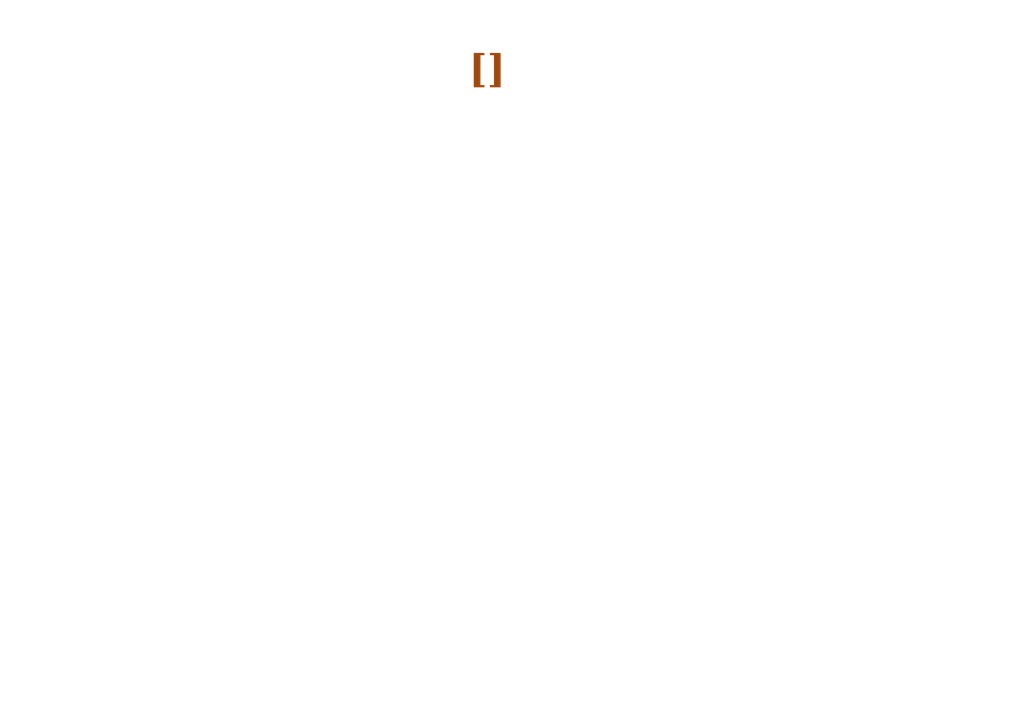
<source format=kicad_sch>
(kicad_sch
	(version 20231120)
	(generator "eeschema")
	(generator_version "8.0")
	(uuid "b7ce2658-0c16-417c-9e64-5f86ab89a607")
	(paper "A4")
	(title_block
		(title "Cell_Sentinel")
		(date "2024-11-05")
		(rev "1.0.0")
	)
	(lib_symbols)
	(text "[${#}] ${SHEETNAME}"
		(exclude_from_sim no)
		(at 143.256 22.86 0)
		(effects
			(font
				(face "Times New Roman")
				(size 8 8)
				(thickness 1.6)
				(bold yes)
				(color 159 72 15 1)
			)
		)
		(uuid "26da10c6-c09e-49a9-ad30-f95a01984e96")
	)
)

</source>
